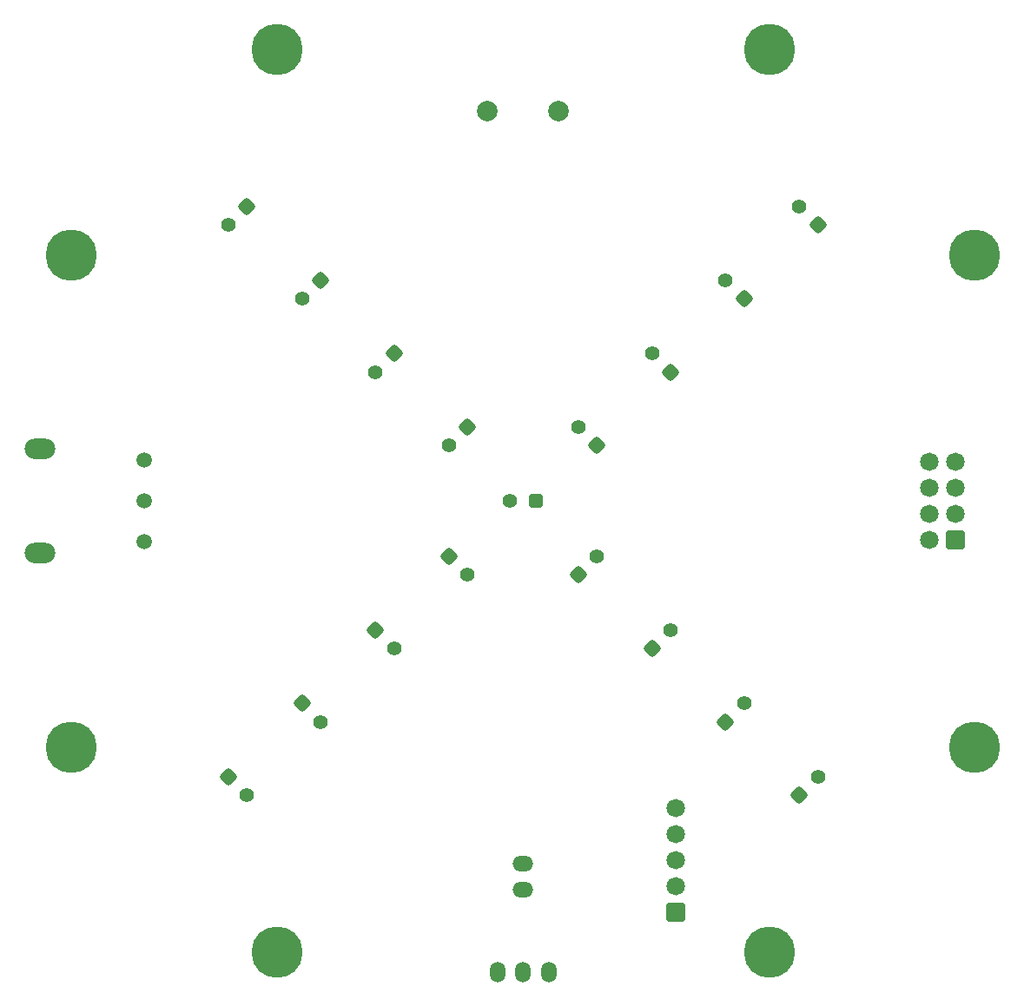
<source format=gbr>
%TF.GenerationSoftware,Altium Limited,Altium Designer,20.1.8 (145)*%
G04 Layer_Color=255*
%FSLAX45Y45*%
%MOMM*%
%TF.SameCoordinates,71AC3D83-D9DD-4B8C-8FBF-A9C29C1C1930*%
%TF.FilePolarity,Positive*%
%TF.FileFunction,Pads,Top*%
%TF.Part,Single*%
G01*
G75*
%TA.AperFunction,ComponentPad*%
G04:AMPARAMS|DCode=14|XSize=1.8mm|YSize=1.8mm|CornerRadius=0.9mm|HoleSize=0mm|Usage=FLASHONLY|Rotation=90.000|XOffset=0mm|YOffset=0mm|HoleType=Round|Shape=RoundedRectangle|*
%AMROUNDEDRECTD14*
21,1,1.80000,0.00000,0,0,90.0*
21,1,0.00000,1.80000,0,0,90.0*
1,1,1.80000,0.00000,0.00000*
1,1,1.80000,0.00000,0.00000*
1,1,1.80000,0.00000,0.00000*
1,1,1.80000,0.00000,0.00000*
%
%ADD14ROUNDEDRECTD14*%
G04:AMPARAMS|DCode=15|XSize=1.8mm|YSize=1.8mm|CornerRadius=0.18mm|HoleSize=0mm|Usage=FLASHONLY|Rotation=90.000|XOffset=0mm|YOffset=0mm|HoleType=Round|Shape=RoundedRectangle|*
%AMROUNDEDRECTD15*
21,1,1.80000,1.44000,0,0,90.0*
21,1,1.44000,1.80000,0,0,90.0*
1,1,0.36000,0.72000,0.72000*
1,1,0.36000,0.72000,-0.72000*
1,1,0.36000,-0.72000,-0.72000*
1,1,0.36000,-0.72000,0.72000*
%
%ADD15ROUNDEDRECTD15*%
%ADD16O,2.00000X1.50000*%
%ADD17C,2.00000*%
G04:AMPARAMS|DCode=18|XSize=1.5mm|YSize=2mm|CornerRadius=0.75mm|HoleSize=0mm|Usage=FLASHONLY|Rotation=180.000|XOffset=0mm|YOffset=0mm|HoleType=Round|Shape=RoundedRectangle|*
%AMROUNDEDRECTD18*
21,1,1.50000,0.50000,0,0,180.0*
21,1,0.00000,2.00000,0,0,180.0*
1,1,1.50000,0.00000,0.25000*
1,1,1.50000,0.00000,0.25000*
1,1,1.50000,0.00000,-0.25000*
1,1,1.50000,0.00000,-0.25000*
%
%ADD18ROUNDEDRECTD18*%
%ADD19O,3.00000X2.00000*%
%ADD20C,1.50000*%
%TA.AperFunction,ViaPad*%
%ADD21C,5.00000*%
%TA.AperFunction,ComponentPad*%
%ADD22C,1.40000*%
G04:AMPARAMS|DCode=23|XSize=1.4mm|YSize=1.4mm|CornerRadius=0.35mm|HoleSize=0mm|Usage=FLASHONLY|Rotation=315.000|XOffset=0mm|YOffset=0mm|HoleType=Round|Shape=RoundedRectangle|*
%AMROUNDEDRECTD23*
21,1,1.40000,0.70000,0,0,315.0*
21,1,0.70000,1.40000,0,0,315.0*
1,1,0.70000,0.00000,-0.49498*
1,1,0.70000,-0.49498,0.00000*
1,1,0.70000,0.00000,0.49498*
1,1,0.70000,0.49498,0.00000*
%
%ADD23ROUNDEDRECTD23*%
G04:AMPARAMS|DCode=24|XSize=1.4mm|YSize=1.4mm|CornerRadius=0.35mm|HoleSize=0mm|Usage=FLASHONLY|Rotation=90.000|XOffset=0mm|YOffset=0mm|HoleType=Round|Shape=RoundedRectangle|*
%AMROUNDEDRECTD24*
21,1,1.40000,0.70000,0,0,90.0*
21,1,0.70000,1.40000,0,0,90.0*
1,1,0.70000,0.35000,0.35000*
1,1,0.70000,0.35000,-0.35000*
1,1,0.70000,-0.35000,-0.35000*
1,1,0.70000,-0.35000,0.35000*
%
%ADD24ROUNDEDRECTD24*%
G04:AMPARAMS|DCode=25|XSize=1.4mm|YSize=1.4mm|CornerRadius=0.35mm|HoleSize=0mm|Usage=FLASHONLY|Rotation=45.000|XOffset=0mm|YOffset=0mm|HoleType=Round|Shape=RoundedRectangle|*
%AMROUNDEDRECTD25*
21,1,1.40000,0.70000,0,0,45.0*
21,1,0.70000,1.40000,0,0,45.0*
1,1,0.70000,0.49498,0.00000*
1,1,0.70000,0.00000,-0.49498*
1,1,0.70000,-0.49498,0.00000*
1,1,0.70000,0.00000,0.49498*
%
%ADD25ROUNDEDRECTD25*%
D14*
X1485347Y-2995913D02*
D03*
Y-3249913D02*
D03*
Y-3503913D02*
D03*
Y-3757913D02*
D03*
X4211201Y-127000D02*
D03*
Y127000D02*
D03*
Y381000D02*
D03*
X3957201Y-381000D02*
D03*
Y-127000D02*
D03*
Y127000D02*
D03*
Y381000D02*
D03*
D15*
X1485347Y-4011913D02*
D03*
X4211201Y-381000D02*
D03*
D16*
X0Y-3794310D02*
D03*
Y-3540310D02*
D03*
D17*
X-350000Y3800000D02*
D03*
X350000D02*
D03*
D18*
X-250000Y-4593351D02*
D03*
X0D02*
D03*
X250000D02*
D03*
D19*
X-4710139Y-510000D02*
D03*
Y510000D02*
D03*
D20*
X-3690139Y400000D02*
D03*
Y0D02*
D03*
Y-400000D02*
D03*
D21*
X2400000Y-4400000D02*
D03*
X-2400000D02*
D03*
X4400000Y-2400000D02*
D03*
Y2400000D02*
D03*
X-4400000Y-2400000D02*
D03*
Y2400000D02*
D03*
X-2400000Y4400000D02*
D03*
X2400000D02*
D03*
D22*
X2873682Y-2694077D02*
D03*
X2155261Y-1975656D02*
D03*
X1436841Y-1257236D02*
D03*
X718420Y-538816D02*
D03*
X-127000Y0D02*
D03*
X2694077Y2873682D02*
D03*
X1975656Y2155261D02*
D03*
X538816Y718420D02*
D03*
X1257236Y1436841D02*
D03*
X-718420Y538816D02*
D03*
X-2873682Y2694077D02*
D03*
X-2155261Y1975656D02*
D03*
X-1436841Y1257236D02*
D03*
X-2694077Y-2873682D02*
D03*
X-1975656Y-2155261D02*
D03*
X-538816Y-718420D02*
D03*
X-1257236Y-1436841D02*
D03*
D23*
X2694077Y-2873682D02*
D03*
X1975656Y-2155261D02*
D03*
X1257236Y-1436841D02*
D03*
X538816Y-718420D02*
D03*
X-538816Y718420D02*
D03*
X-2694077Y2873682D02*
D03*
X-1975656Y2155261D02*
D03*
X-1257236Y1436841D02*
D03*
D24*
X127000Y0D02*
D03*
D25*
X2873682Y2694077D02*
D03*
X2155261Y1975656D02*
D03*
X718420Y538816D02*
D03*
X1436841Y1257236D02*
D03*
X-2873682Y-2694077D02*
D03*
X-2155261Y-1975656D02*
D03*
X-718420Y-538816D02*
D03*
X-1436841Y-1257236D02*
D03*
%TF.MD5,52913f0555ffea2832309ef6e1f486a4*%
M02*

</source>
